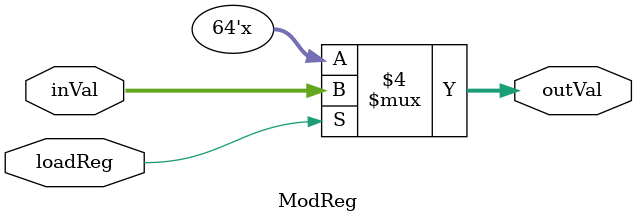
<source format=sv>
module ModReg
    (input  wire  [63:0]inVal,        
     input  wire  loadReg,
     output reg  [63:0]outVal
    );

always @(inVal or loadReg)begin
	if(loadReg == 1) outVal = inVal;
end
endmodule

</source>
